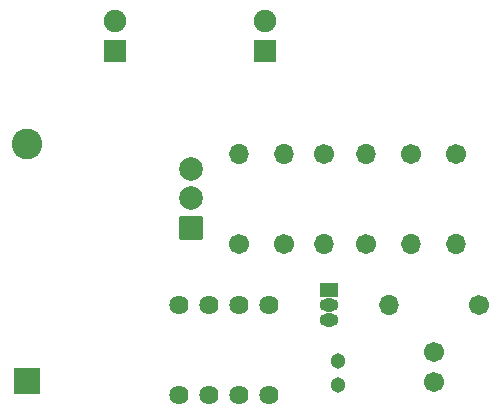
<source format=gbr>
%TF.GenerationSoftware,KiCad,Pcbnew,8.0.3*%
%TF.CreationDate,2024-07-07T15:03:45+03:00*%
%TF.ProjectId,Test,54657374-2e6b-4696-9361-645f70636258,v01*%
%TF.SameCoordinates,Original*%
%TF.FileFunction,Soldermask,Bot*%
%TF.FilePolarity,Negative*%
%FSLAX46Y46*%
G04 Gerber Fmt 4.6, Leading zero omitted, Abs format (unit mm)*
G04 Created by KiCad (PCBNEW 8.0.3) date 2024-07-07 15:03:45*
%MOMM*%
%LPD*%
G01*
G04 APERTURE LIST*
G04 Aperture macros list*
%AMRoundRect*
0 Rectangle with rounded corners*
0 $1 Rounding radius*
0 $2 $3 $4 $5 $6 $7 $8 $9 X,Y pos of 4 corners*
0 Add a 4 corners polygon primitive as box body*
4,1,4,$2,$3,$4,$5,$6,$7,$8,$9,$2,$3,0*
0 Add four circle primitives for the rounded corners*
1,1,$1+$1,$2,$3*
1,1,$1+$1,$4,$5*
1,1,$1+$1,$6,$7*
1,1,$1+$1,$8,$9*
0 Add four rect primitives between the rounded corners*
20,1,$1+$1,$2,$3,$4,$5,0*
20,1,$1+$1,$4,$5,$6,$7,0*
20,1,$1+$1,$6,$7,$8,$9,0*
20,1,$1+$1,$8,$9,$2,$3,0*%
G04 Aperture macros list end*
%ADD10C,1.701600*%
%ADD11O,1.701600X1.701600*%
%ADD12RoundRect,0.050800X0.950000X-0.950000X0.950000X0.950000X-0.950000X0.950000X-0.950000X-0.950000X0*%
%ADD13C,2.001600*%
%ADD14RoundRect,0.050800X0.900000X-0.900000X0.900000X0.900000X-0.900000X0.900000X-0.900000X-0.900000X0*%
%ADD15C,1.901600*%
%ADD16RoundRect,0.050800X1.085000X-1.085000X1.085000X1.085000X-1.085000X1.085000X-1.085000X-1.085000X0*%
%ADD17C,2.601600*%
%ADD18C,1.301600*%
%ADD19C,1.625600*%
%ADD20RoundRect,0.050800X0.750000X-0.500000X0.750000X0.500000X-0.750000X0.500000X-0.750000X-0.500000X0*%
%ADD21O,1.601600X1.101600*%
G04 APERTURE END LIST*
D10*
%TO.C,R5*%
X157175200Y-110312200D03*
D11*
X157175200Y-102692200D03*
%TD*%
D10*
%TO.C,R1*%
X164414200Y-102692200D03*
D11*
X164414200Y-110312200D03*
%TD*%
D10*
%TO.C,R4*%
X171780200Y-102692200D03*
D11*
X171780200Y-110312200D03*
%TD*%
D10*
%TO.C,R7*%
X177495200Y-115432200D03*
D11*
X169875200Y-115432200D03*
%TD*%
D12*
%TO.C,S1*%
X153111200Y-108940600D03*
D13*
X153111200Y-106440600D03*
X153111200Y-103940600D03*
%TD*%
D14*
%TO.C,D1*%
X146685000Y-93980000D03*
D15*
X146685000Y-91440000D03*
%TD*%
D16*
%TO.C,BAT1*%
X139268200Y-121881900D03*
D17*
X139268200Y-101881900D03*
%TD*%
D18*
%TO.C,C1*%
X165582600Y-120243600D03*
X165582600Y-122243600D03*
%TD*%
D10*
%TO.C,C2*%
X173685200Y-119481600D03*
X173685200Y-121981600D03*
%TD*%
%TO.C,R6*%
X160985200Y-110312200D03*
D11*
X160985200Y-102692200D03*
%TD*%
D10*
%TO.C,R3*%
X175590200Y-102692200D03*
D11*
X175590200Y-110312200D03*
%TD*%
D10*
%TO.C,R2*%
X167970200Y-110312200D03*
D11*
X167970200Y-102692200D03*
%TD*%
D19*
%TO.C,U1*%
X152095200Y-123052200D03*
X154635200Y-123052200D03*
X157175200Y-123052200D03*
X159715200Y-123052200D03*
X159715200Y-115432200D03*
X157175200Y-115432200D03*
X154635200Y-115432200D03*
X152095200Y-115432200D03*
%TD*%
D20*
%TO.C,Q1*%
X164795200Y-114162200D03*
D21*
X164795200Y-115432200D03*
X164795200Y-116702200D03*
%TD*%
D14*
%TO.C,D2*%
X159385000Y-93980000D03*
D15*
X159385000Y-91440000D03*
%TD*%
M02*

</source>
